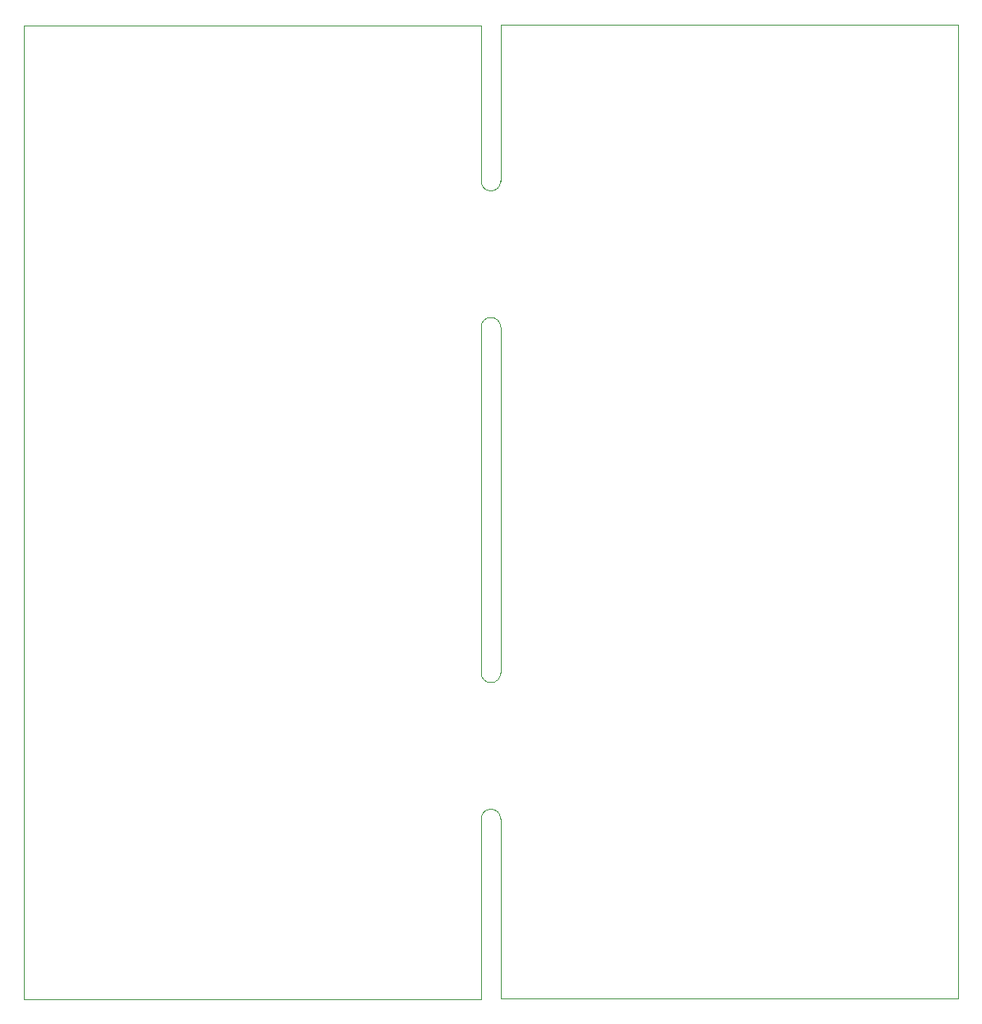
<source format=gm1>
%TF.GenerationSoftware,KiCad,Pcbnew,5.99.0-unknown-3763aca52c~129~ubuntu20.04.1*%
%TF.CreationDate,2021-06-21T22:08:17+02:00*%
%TF.ProjectId,VCO-Version-1,56434f2d-5665-4727-9369-6f6e2d312e6b,rev?*%
%TF.SameCoordinates,Original*%
%TF.FileFunction,Profile,NP*%
%FSLAX46Y46*%
G04 Gerber Fmt 4.6, Leading zero omitted, Abs format (unit mm)*
G04 Created by KiCad (PCBNEW 5.99.0-unknown-3763aca52c~129~ubuntu20.04.1) date 2021-06-21 22:08:17*
%MOMM*%
%LPD*%
G01*
G04 APERTURE LIST*
%TA.AperFunction,Profile*%
%ADD10C,0.100000*%
%TD*%
G04 APERTURE END LIST*
D10*
X147900000Y-151650000D02*
X147900000Y-133200000D01*
X145900000Y-133200000D02*
X145900000Y-151700000D01*
X147900000Y-118200000D02*
X147900000Y-82700000D01*
X145900000Y-82700000D02*
X145900000Y-118200000D01*
X147900000Y-67700000D02*
X147900000Y-51650000D01*
X145900000Y-51700000D02*
X145900000Y-67700000D01*
X147900000Y-133200000D02*
G75*
G03*
X145900000Y-133200000I-1000000J0D01*
G01*
X145900000Y-118200000D02*
G75*
G03*
X147900000Y-118200000I1000000J0D01*
G01*
X147900000Y-82700000D02*
G75*
G03*
X145900000Y-82700000I-1000000J0D01*
G01*
X145900000Y-67700000D02*
G75*
G03*
X147900000Y-67700000I1000000J0D01*
G01*
X194900000Y-151650000D02*
X194900000Y-51650000D01*
X98900000Y-151700000D02*
X98900000Y-51700000D01*
X147900000Y-151650000D02*
X194900000Y-151650000D01*
X98900000Y-51700000D02*
X145900000Y-51700000D01*
X98900000Y-151700000D02*
X145900000Y-151700000D01*
X147900000Y-51650000D02*
X194900000Y-51650000D01*
M02*

</source>
